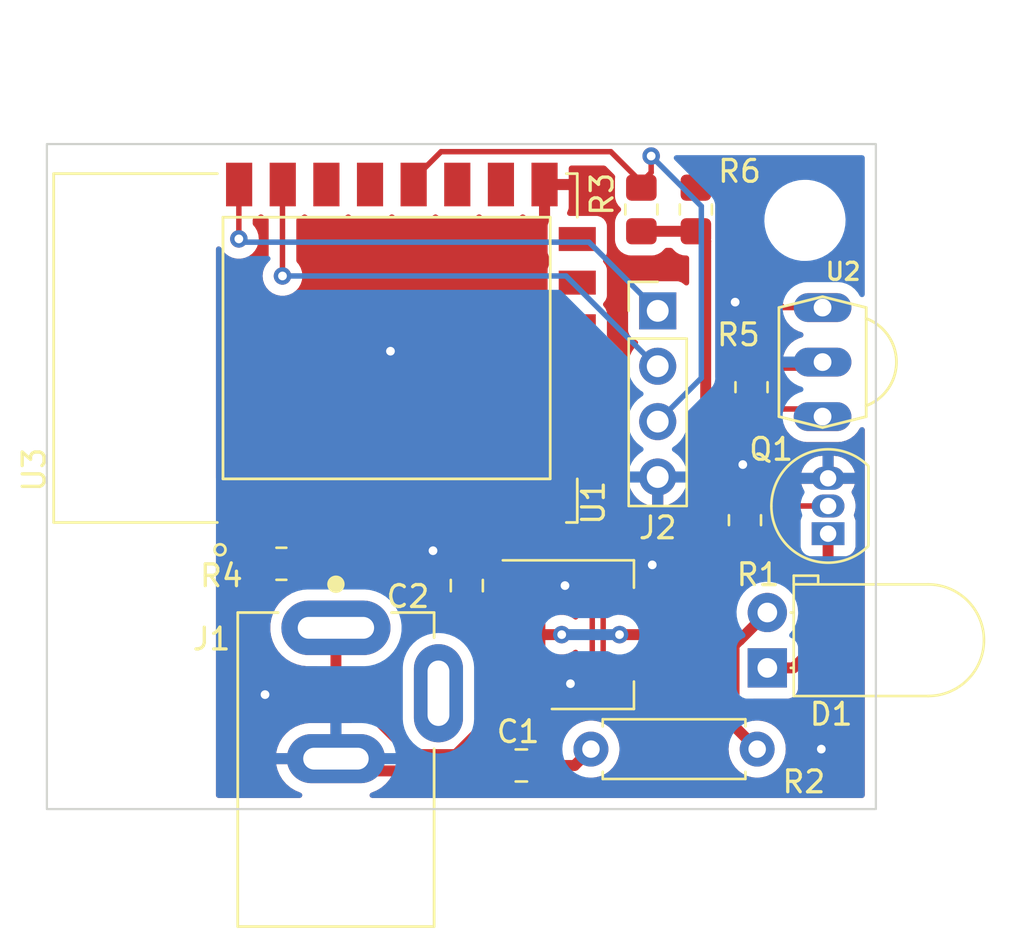
<source format=kicad_pcb>
(kicad_pcb (version 20211014) (generator pcbnew)
  (layers (0 "F.Cu" signal) (31 "B.Cu" signal) (34 "B.Paste" user) (35 "F.Paste" user) (36 "B.SilkS" user "B.Silkscreen") (37 "F.SilkS" user "F.Silkscreen") (38 "B.Mask" user) (39 "F.Mask" user) (44 "Edge.Cuts" user))
  (net 0 "")
  (net 1 "+5V")
  (net 2 "GND")
  (net 3 "+3.3V")
  (net 5 "Net-(D1-Pad1)")
  (net 6 "Net-(Q1-Pad2)")
  (net 7 "IRout")
  (net 8 "Net-(R4-Pad1)")
  (net 9 "IRin")
  (net 10 "Net-(R6-Pad1)")
  (net 22 "Net-(D1-Pad2)")
  (net 25 "TX")
  (net 26 "RX")
  (net 27 "GPIO0")
  (footprint "Resistor_THT:R_Axial_DIN0207_L6.3mm_D2.5mm_P7.62mm_Horizontal" (layer "F.Cu") (at 123.94 95.5)
    (fp_text reference "R2" (at 9.76 1.5) (layer "F.SilkS"))
    (fp_text value "82R")
    (fp_line (start 7.08 -1.37) (end 7.08 -1.04) (layer "F.SilkS") (width 0.12))
    (fp_line (start 0.54 1.04) (end 0.54 1.37) (layer "F.SilkS") (width 0.12))
    (fp_line (start 0.54 -1.37) (end 7.08 -1.37) (layer "F.SilkS") (width 0.12))
    (fp_line (start 0.54 1.37) (end 7.08 1.37) (layer "F.SilkS") (width 0.12))
    (fp_line (start 0.54 -1.04) (end 0.54 -1.37) (layer "F.SilkS") (width 0.12))
    (fp_line (start 7.08 1.37) (end 7.08 1.04) (layer "F.SilkS") (width 0.12))
    (pad "1" thru_hole circle (at 0 0) (size 1.6 1.6) (drill 0.8) (layers *.Cu *.Mask) (net 1 "+5V"))
    (pad "2" thru_hole oval (at 7.62 0) (size 1.6 1.6) (drill 0.8) (layers *.Cu *.Mask) (net 22 "Net-(D1-Pad2)"))
  )
  (footprint "MountingHole:MountingHole_2.7mm" (layer "F.Cu") (at 133.75 71.25)
    (fp_text reference "H2" hide)
    (fp_text value "MountingHole")
    (pad "" np_thru_hole circle (at 0 0) (size 2.7 2.7) (drill 2.7) (layers *.Cu *.Mask))
  )
  (footprint "Resistor_SMD:R_0805_2012Metric_Pad1.20x1.40mm_HandSolder" (layer "F.Cu") (at 126.25 70.75 -90)
    (fp_text reference "R3" (at -0.7 1.8 90) (layer "F.SilkS"))
    (fp_text value "10K")
    (fp_line (start -0.227064 -0.735) (end 0.227064 -0.735) (layer "F.SilkS") (width 0.12))
    (fp_line (start -0.227064 0.735) (end 0.227064 0.735) (layer "F.SilkS") (width 0.12))
    (pad "1" smd roundrect (at -1 0 270) (size 1.2 1.4) (layers "F.Cu" "F.Paste" "F.Mask") (roundrect_rratio 0.208333) (net 27 "GPIO0"))
    (pad "2" smd roundrect (at 1 0 270) (size 1.2 1.4) (layers "F.Cu" "F.Paste" "F.Mask") (roundrect_rratio 0.208333) (net 3 "+3.3V"))
  )
  (footprint "Resistor_SMD:R_0805_2012Metric_Pad1.20x1.40mm_HandSolder" (layer "F.Cu") (at 131.3 78.9 -90)
    (fp_text reference "R5" (at -2.4 0.6 180) (layer "F.SilkS"))
    (fp_text value "100K")
    (fp_line (start -0.227064 0.735) (end 0.227064 0.735) (layer "F.SilkS") (width 0.12))
    (fp_line (start -0.227064 -0.735) (end 0.227064 -0.735) (layer "F.SilkS") (width 0.12))
    (pad "1" smd roundrect (at -1 0 270) (size 1.2 1.4) (layers "F.Cu" "F.Paste" "F.Mask") (roundrect_rratio 0.208333) (net 2 "GND"))
    (pad "2" smd roundrect (at 1 0 270) (size 1.2 1.4) (layers "F.Cu" "F.Paste" "F.Mask") (roundrect_rratio 0.208333) (net 9 "IRin"))
  )
  (footprint "Resistor_SMD:R_0805_2012Metric_Pad1.20x1.40mm_HandSolder" (layer "F.Cu") (at 131 85 90)
    (fp_text reference "R1" (at -2.5 0.6 180) (layer "F.SilkS"))
    (fp_text value "1K2")
    (fp_line (start -0.227064 -0.735) (end 0.227064 -0.735) (layer "F.SilkS") (width 0.12))
    (fp_line (start -0.227064 0.735) (end 0.227064 0.735) (layer "F.SilkS") (width 0.12))
    (pad "1" smd roundrect (at -1 0 90) (size 1.2 1.4) (layers "F.Cu" "F.Paste" "F.Mask") (roundrect_rratio 0.208333) (net 7 "IRout"))
    (pad "2" smd roundrect (at 1 0 90) (size 1.2 1.4) (layers "F.Cu" "F.Paste" "F.Mask") (roundrect_rratio 0.208333) (net 6 "Net-(Q1-Pad2)"))
  )
  (footprint "Resistor_SMD:R_0805_2012Metric_Pad1.20x1.40mm_HandSolder" (layer "F.Cu") (at 109.75 87)
    (fp_text reference "R4" (at -2.75 0.55) (layer "F.SilkS"))
    (fp_text value "10K")
    (fp_line (start -0.227064 -0.735) (end 0.227064 -0.735) (layer "F.SilkS") (width 0.12))
    (fp_line (start -0.227064 0.735) (end 0.227064 0.735) (layer "F.SilkS") (width 0.12))
    (pad "1" smd roundrect (at -1 0) (size 1.2 1.4) (layers "F.Cu" "F.Paste" "F.Mask") (roundrect_rratio 0.208333) (net 8 "Net-(R4-Pad1)"))
    (pad "2" smd roundrect (at 1 0) (size 1.2 1.4) (layers "F.Cu" "F.Paste" "F.Mask") (roundrect_rratio 0.208333) (net 3 "+3.3V"))
  )
  (footprint "Capacitor_SMD:C_0805_2012Metric_Pad1.18x1.45mm_HandSolder" (layer "F.Cu") (at 118.25 88 90)
    (fp_text reference "C2" (at -0.5 -2.7 180) (layer "F.SilkS"))
    (fp_text value "4,7uF")
    (fp_line (start -0.261252 -0.735) (end 0.261252 -0.735) (layer "F.SilkS") (width 0.12))
    (fp_line (start -0.261252 0.735) (end 0.261252 0.735) (layer "F.SilkS") (width 0.12))
    (pad "1" smd roundrect (at -1.0375 0 90) (size 1.175 1.45) (layers "F.Cu" "F.Paste" "F.Mask") (roundrect_rratio 0.212766) (net 3 "+3.3V"))
    (pad "2" smd roundrect (at 1.0375 0 90) (size 1.175 1.45) (layers "F.Cu" "F.Paste" "F.Mask") (roundrect_rratio 0.212766) (net 2 "GND"))
  )
  (footprint "footprints:CUI_PJ-002B" (layer "F.Cu") (at 112.25 89.9375 -90)
    (fp_text reference "J1" (at 0.5125 5.7) (layer "F.SilkS") (effects (font (size 1.000622 1.000622))))
    (fp_text value "PJ-002B")
    (fp_line (start 5.55 -4.5) (end 13.7 -4.5) (layer "F.SilkS") (width 0.127))
    (fp_line (start -0.7 -4.5) (end 0.45 -4.5) (layer "F.SilkS") (width 0.127))
    (fp_line (start 13.7 4.5) (end -0.7 4.5) (layer "F.SilkS") (width 0.127))
    (fp_line (start 13.7 -4.5) (end 13.7 4.5) (layer "F.SilkS") (width 0.127))
    (fp_line (start -0.7 -2.55) (end -0.7 -4.5) (layer "F.SilkS") (width 0.127))
    (fp_line (start -0.7 4.5) (end -0.7 2.65) (layer "F.SilkS") (width 0.127))
    (fp_circle (center -2 0) (end -1.8 0) (layer "F.SilkS") (width 0.4) (fill none))
    (pad "1" thru_hole oval locked (at 0 0 270) (size 2.5 5) (drill oval 1 3.5) (layers *.Cu *.Mask) (net 1 "+5V"))
    (pad "2" thru_hole oval locked (at 6 0 270) (size 2.25 4.5) (drill oval 1 3) (layers *.Cu *.Mask) (net 2 "GND"))
    (pad "3" thru_hole oval locked (at 3 -4.7 270) (size 4.5 2.25) (drill oval 3 1) (layers *.Cu *.Mask))
  )
  (footprint "footprints:XCVR_ESP8266-12E_ESP-12E" (layer "F.Cu") (at 114.8125 77.10575 90)
    (fp_text reference "U3" (at -5.57929 -16.39759 90) (layer "F.SilkS") (effects (font (size 1.000772 1.000772))))
    (fp_text value "ESP8266-12E/ESP-12E")
    (fp_line (start 6 7.26) (end -6 7.26) (layer "F.SilkS") (width 0.127))
    (fp_line (start -8 -15.5) (end 8 -15.5) (layer "F.SilkS") (width 0.127))
    (fp_line (start -8 -8) (end -8 -15.5) (layer "F.SilkS") (width 0.127))
    (fp_line (start 8 8) (end 8 8.5) (layer "F.SilkS") (width 0.127))
    (fp_line (start -6 7.26) (end -6 -7.74) (layer "F.SilkS") (width 0.127))
    (fp_line (start -6 -7.74) (end 6 -7.74) (layer "F.SilkS") (width 0.127))
    (fp_line (start 6 -7.74) (end 6 7.26) (layer "F.SilkS") (width 0.127))
    (fp_line (start -8 8) (end -8 8.5) (layer "F.SilkS") (width 0.127))
    (fp_line (start -8 8.5) (end -6 8.5) (layer "F.SilkS") (width 0.127))
    (fp_line (start 8 8.5) (end 6 8.5) (layer "F.SilkS") (width 0.127))
    (fp_line (start 8 -15.5) (end 8 -8) (layer "F.SilkS") (width 0.127))
    (fp_circle (center -9.25 -7.875) (end -9 -7.875) (layer "F.SilkS") (width 0.127) (fill none))
    (pad "1" smd rect locked (at -7.5 -7 90) (size 2 1.2) (layers "F.Cu" "F.Paste" "F.Mask") (net 8 "Net-(R4-Pad1)"))
    (pad "2" smd rect locked (at -7.5 -5 90) (size 2 1.2) (layers "F.Cu" "F.Paste" "F.Mask"))
    (pad "3" smd rect locked (at -7.5 -3 90) (size 2 1.2) (layers "F.Cu" "F.Paste" "F.Mask") (net 3 "+3.3V"))
    (pad "4" smd rect locked (at -7.5 -1 90) (size 2 1.2) (layers "F.Cu" "F.Paste" "F.Mask"))
    (pad "5" smd rect locked (at -7.5 1 90) (size 2 1.2) (layers "F.Cu" "F.Paste" "F.Mask"))
    (pad "6" smd rect locked (at -7.5 3 90) (size 2 1.2) (layers "F.Cu" "F.Paste" "F.Mask"))
    (pad "7" smd rect locked (at -7.5 5 90) (size 2 1.2) (layers "F.Cu" "F.Paste" "F.Mask") (net 7 "IRout"))
    (pad "8" smd rect locked (at -7.5 7 90) (size 2 1.2) (layers "F.Cu" "F.Paste" "F.Mask") (net 3 "+3.3V"))
    (pad "9" smd rect locked (at -5 8.5 90) (size 1.1 1.7) (layers "F.Cu" "F.Paste" "F.Mask"))
    (pad "10" smd rect locked (at -3 8.5 90) (size 1.1 1.7) (layers "F.Cu" "F.Paste" "F.Mask"))
    (pad "11" smd rect locked (at -1 8.5 90) (size 1.1 1.7) (layers "F.Cu" "F.Paste" "F.Mask"))
    (pad "12" smd rect locked (at 1 8.5 90) (size 1.1 1.7) (layers "F.Cu" "F.Paste" "F.Mask") (net 9 "IRin"))
    (pad "13" smd rect locked (at 3 8.5 90) (size 1.1 1.7) (layers "F.Cu" "F.Paste" "F.Mask"))
    (pad "14" smd rect locked (at 5 8.5 90) (size 1.1 1.7) (layers "F.Cu" "F.Paste" "F.Mask"))
    (pad "15" smd rect locked (at 7.5 7 90) (size 2 1.2) (layers "F.Cu" "F.Paste" "F.Mask") (net 2 "GND"))
    (pad "16" smd rect locked (at 7.5 5 90) (size 2 1.2) (layers "F.Cu" "F.Paste" "F.Mask"))
    (pad "17" smd rect locked (at 7.5 3 90) (size 2 1.2) (layers "F.Cu" "F.Paste" "F.Mask"))
    (pad "18" smd rect locked (at 7.5 1 90) (size 2 1.2) (layers "F.Cu" "F.Paste" "F.Mask") (net 27 "GPIO0"))
    (pad "19" smd rect locked (at 7.5 -1 90) (size 2 1.2) (layers "F.Cu" "F.Paste" "F.Mask"))
    (pad "20" smd rect locked (at 7.5 -3 90) (size 2 1.2) (layers "F.Cu" "F.Paste" "F.Mask"))
    (pad "21" smd rect locked (at 7.5 -5 90) (size 2 1.2) (layers "F.Cu" "F.Paste" "F.Mask") (net 26 "RX"))
    (pad "22" smd rect locked (at 7.5 -7 90) (size 2 1.2) (layers "F.Cu" "F.Paste" "F.Mask") (net 25 "TX"))
    (zone (net 0) (net_name "") (layer "F.Cu") (connect_pads (clearance 0)) (min_thickness 0.01)
      (keepout (tracks not_allowed) (vias not_allowed) (pads not_allowed) (copperpour not_allowed) (footprints allowed))
      (fill (thermal_gap 0.508) (thermal_bridge_width 0.508))
      (polygon (pts (xy 99.3125 85.11476) (xy 99.3125 69.10575) (xy 106.30292 69.10575) (xy 106.30292 85.11476)))
    )
    (zone (net 0) (net_name "") (layer "B.Cu") (connect_pads (clearance 0)) (min_thickness 0.01)
      (keepout (tracks not_allowed) (vias not_allowed) (pads not_allowed) (copperpour not_allowed) (footprints allowed))
      (fill (thermal_gap 0.508) (thermal_bridge_width 0.508))
      (polygon (pts (xy 99.3125 85.11476) (xy 99.3125 69.10575) (xy 106.30292 69.10575) (xy 106.30292 85.11476)))
    )
  )
  (footprint "LED_THT:LED_D5.0mm_Horizontal_O1.27mm_Z3.0mm" (layer "F.Cu") (at 132.025 91.775 90)
    (fp_text reference "D1" (at -2.125 2.925 180) (layer "F.SilkS"))
    (fp_text value "LED IR")
    (fp_line (start 0 1.08) (end 0 1.08) (layer "F.SilkS") (width 0.12))
    (fp_line (start 2.54 1.21) (end 2.54 1.08) (layer "F.SilkS") (width 0.12))
    (fp_line (start 2.54 1.08) (end 2.54 1.08) (layer "F.SilkS") (width 0.12))
    (fp_line (start 0 1.21) (end 0 1.08) (layer "F.SilkS") (width 0.12))
    (fp_line (start 3.83 2.33) (end 3.83 1.21) (layer "F.SilkS") (width 0.12))
    (fp_line (start 0 1.08) (end 0 1.21) (layer "F.SilkS") (width 0.12))
    (fp_line (start -1.29 1.21) (end -1.29 7.37) (layer "F.SilkS") (width 0.12))
    (fp_line (start 2.54 1.08) (end 2.54 1.21) (layer "F.SilkS") (width 0.12))
    (fp_line (start 4.23 2.33) (end 3.83 2.33) (layer "F.SilkS") (width 0.12))
    (fp_line (start -1.29 1.21) (end 3.83 1.21) (layer "F.SilkS") (width 0.12))
    (fp_line (start 2.54 1.21) (end 2.54 1.21) (layer "F.SilkS") (width 0.12))
    (fp_line (start 3.83 1.21) (end 3.83 7.37) (layer "F.SilkS") (width 0.12))
    (fp_line (start 4.23 1.21) (end 4.23 2.33) (layer "F.SilkS") (width 0.12))
    (fp_line (start 0 1.21) (end 0 1.21) (layer "F.SilkS") (width 0.12))
    (fp_line (start 3.83 1.21) (end 4.23 1.21) (layer "F.SilkS") (width 0.12))
    (fp_arc (start 3.83 7.37) (mid 1.27 9.93) (end -1.29 7.37) (layer "F.SilkS") (width 0.12))
    (pad "1" thru_hole rect (at 0 0 90) (size 1.8 1.8) (drill 0.9) (layers *.Cu *.Mask) (net 5 "Net-(D1-Pad1)"))
    (pad "2" thru_hole circle (at 2.54 0 90) (size 1.8 1.8) (drill 0.9) (layers *.Cu *.Mask) (net 22 "Net-(D1-Pad2)"))
  )
  (footprint "Package_TO_SOT_SMD:SOT-223-3_TabPin2" (layer "F.Cu") (at 124 90.25)
    (fp_text reference "U1" (at 0.05 -6.05 90) (layer "F.SilkS"))
    (fp_text value "AP1117-33")
    (fp_line (start 1.91 3.41) (end 1.91 2.15) (layer "F.SilkS") (width 0.12))
    (fp_line (start 1.91 -3.41) (end 1.91 -2.15) (layer "F.SilkS") (width 0.12))
    (fp_line (start -1.85 3.41) (end 1.91 3.41) (layer "F.SilkS") (width 0.12))
    (fp_line (start -4.1 -3.41) (end 1.91 -3.41) (layer "F.SilkS") (width 0.12))
    (pad "1" smd rect (at -3.15 -2.3) (size 2 1.5) (layers "F.Cu" "F.Paste" "F.Mask") (net 2 "GND"))
    (pad "2" smd rect (at -3.15 0) (size 2 1.5) (layers "F.Cu" "F.Paste" "F.Mask") (net 3 "+3.3V"))
    (pad "2" smd rect (at 3.15 0) (size 2 3.8) (layers "F.Cu" "F.Paste" "F.Mask") (net 3 "+3.3V"))
    (pad "3" smd rect (at -3.15 2.3) (size 2 1.5) (layers "F.Cu" "F.Paste" "F.Mask") (net 1 "+5V"))
  )
  (footprint "Resistor_SMD:R_0805_2012Metric_Pad1.20x1.40mm_HandSolder" (layer "F.Cu") (at 128.75 70.75 -90)
    (fp_text reference "R6" (at -1.75 -2 180) (layer "F.SilkS"))
    (fp_text value "100R")
    (fp_line (start -0.227064 0.735) (end 0.227064 0.735) (layer "F.SilkS") (width 0.12))
    (fp_line (start -0.227064 -0.735) (end 0.227064 -0.735) (layer "F.SilkS") (width 0.12))
    (pad "1" smd roundrect (at -1 0 270) (size 1.2 1.4) (layers "F.Cu" "F.Paste" "F.Mask") (roundrect_rratio 0.208333) (net 10 "Net-(R6-Pad1)"))
    (pad "2" smd roundrect (at 1 0 270) (size 1.2 1.4) (layers "F.Cu" "F.Paste" "F.Mask") (roundrect_rratio 0.208333) (net 3 "+3.3V"))
  )
  (footprint "Capacitor_SMD:C_0805_2012Metric_Pad1.18x1.45mm_HandSolder" (layer "F.Cu") (at 120.75 96.25 180)
    (fp_text reference "C1" (at 0.15 1.55) (layer "F.SilkS"))
    (fp_text value "4,7uF")
    (fp_line (start -0.261252 -0.735) (end 0.261252 -0.735) (layer "F.SilkS") (width 0.12))
    (fp_line (start -0.261252 0.735) (end 0.261252 0.735) (layer "F.SilkS") (width 0.12))
    (pad "1" smd roundrect (at -1.0375 0 180) (size 1.175 1.45) (layers "F.Cu" "F.Paste" "F.Mask") (roundrect_rratio 0.212766) (net 1 "+5V"))
    (pad "2" smd roundrect (at 1.0375 0 180) (size 1.175 1.45) (layers "F.Cu" "F.Paste" "F.Mask") (roundrect_rratio 0.212766) (net 2 "GND"))
  )
  (footprint "Connector_PinHeader_2.54mm:PinHeader_1x04_P2.54mm_Vertical" (layer "F.Cu") (at 127 75.4)
    (fp_text reference "J2" (at 0 9.95) (layer "F.SilkS"))
    (fp_text value "Conn_01x04_Female")
    (fp_line (start -1.33 1.27) (end 1.33 1.27) (layer "F.SilkS") (width 0.12))
    (fp_line (start -1.33 -1.33) (end 0 -1.33) (layer "F.SilkS") (width 0.12))
    (fp_line (start -1.33 8.95) (end 1.33 8.95) (layer "F.SilkS") (width 0.12))
    (fp_line (start -1.33 1.27) (end -1.33 8.95) (layer "F.SilkS") (width 0.12))
    (fp_line (start -1.33 0) (end -1.33 -1.33) (layer "F.SilkS") (width 0.12))
    (fp_line (start 1.33 1.27) (end 1.33 8.95) (layer "F.SilkS") (width 0.12))
    (pad "1" thru_hole rect (at 0 0) (size 1.7 1.7) (drill 1) (layers *.Cu *.Mask) (net 25 "TX"))
    (pad "2" thru_hole oval (at 0 2.54) (size 1.7 1.7) (drill 1) (layers *.Cu *.Mask) (net 26 "RX"))
    (pad "3" thru_hole oval (at 0 5.08) (size 1.7 1.7) (drill 1) (layers *.Cu *.Mask) (net 27 "GPIO0"))
    (pad "4" thru_hole oval (at 0 7.62) (size 1.7 1.7) (drill 1) (layers *.Cu *.Mask) (net 2 "GND"))
  )
  (footprint "MountingHole:MountingHole_2.7mm" (layer "F.Cu") (at 102 95.25)
    (fp_text reference "H1" hide)
    (fp_text value "MountingHole")
    (pad "" np_thru_hole circle (at 0 0) (size 2.7 2.7) (drill 2.7) (layers *.Cu *.Mask))
  )
  (footprint "Package_TO_SOT_THT:TO-92_Inline" (layer "F.Cu") (at 134.81 85.62 90)
    (fp_text reference "Q1" (at 3.87 -2.61 180) (layer "F.SilkS"))
    (fp_text value "BC548")
    (fp_line (start -0.53 1.85) (end 3.07 1.85) (layer "F.SilkS") (width 0.12))
    (fp_arc (start -0.568478 1.838478) (mid -1.132087 -0.994977) (end 1.27 -2.6) (layer "F.SilkS") (width 0.12))
    (fp_arc (start 1.27 -2.6) (mid 3.672087 -0.994977) (end 3.108478 1.838478) (layer "F.SilkS") (width 0.12))
    (pad "1" thru_hole rect (at 0 0 90) (size 1.05 1.5) (drill 0.75) (layers *.Cu *.Mask) (net 5 "Net-(D1-Pad1)"))
    (pad "2" thru_hole oval (at 1.27 0 90) (size 1.05 1.5) (drill 0.75) (layers *.Cu *.Mask) (net 6 "Net-(Q1-Pad2)"))
    (pad "3" thru_hole oval (at 2.54 0 90) (size 1.05 1.5) (drill 0.75) (layers *.Cu *.Mask) (net 2 "GND"))
  )
  (footprint "footprints:TSOP18XX" (layer "F.Cu") (at 134.530399 77.7488 90)
    (fp_text reference "U2" (at 4.1488 0.969601 180) (layer "F.SilkS") (effects (font (size 0.787402 0.787402))))
    (fp_text value "TSOP1838")
    (fp_line (start 2.9988 0.0266) (end 2.4988 2.0266) (layer "F.SilkS") (width 0.127))
    (fp_line (start -3.0012 0.0266) (end -2.5012 -1.9734) (layer "F.SilkS") (width 0.127))
    (fp_line (start -2.0012 2.0266) (end -2.5012 2.0266) (layer "F.SilkS") (width 0.127))
    (fp_line (start 1.9988 2.0266) (end -2.0012 2.0266) (layer "F.SilkS") (width 0.127))
    (fp_line (start 2.4988 2.0266) (end 1.9988 2.0266) (layer "F.SilkS") (width 0.127))
    (fp_line (start -2.5012 -1.9734) (end 2.4988 -1.9734) (layer "F.SilkS") (width 0.127))
    (fp_line (start 2.4988 -1.9734) (end 2.9988 0.0266) (layer "F.SilkS") (width 0.127))
    (fp_line (start -2.5012 2.0266) (end -3.0012 0.0266) (layer "F.SilkS") (width 0.127))
    (fp_arc (start 1.9988 2.0266) (mid -0.0012 3.412602) (end -2.0012 2.0266) (layer "F.SilkS") (width 0.127))
    (pad "GND" thru_hole oval locked (at -0.0012 0.0266 90) (size 1.3208 2.6416) (drill 0.8128) (layers *.Cu *.Mask) (net 2 "GND"))
    (pad "OUT" thru_hole oval locked (at -2.5012 0.0266 90) (size 1.3208 2.6416) (drill 0.8128) (layers *.Cu *.Mask) (net 9 "IRin"))
    (pad "VCC" thru_hole oval locked (at 2.4988 0.0266 90) (size 1.3208 2.6416) (drill 0.8128) (layers *.Cu *.Mask) (net 10 "Net-(R6-Pad1)"))
  )
  (gr_rect (start 99 67.75) (end 137 98.25) (layer "Edge.Cuts") (width 0.1) (fill none))
  (segment (start 117.75 95.75) (end 115.75 95.75) (width 0.5) (layer "F.Cu") (net 1))
  (segment (start 121.7875 96.25) (end 123.19 96.25) (width 0.5) (layer "F.Cu") (net 1))
  (segment (start 115.75 95.75) (end 112.25 92.25) (width 0.5) (layer "F.Cu") (net 1))
  (segment (start 120.85 92.55) (end 120.85 92.65) (width 0.5) (layer "F.Cu") (net 1))
  (segment (start 112.25 92.25) (end 112.25 89.9375) (width 0.5) (layer "F.Cu") (net 1))
  (segment (start 121.7875 93.4875) (end 120.85 92.55) (width 0.5) (layer "F.Cu") (net 1))
  (segment (start 121.7875 96.25) (end 121.7875 93.4875) (width 0.5) (layer "F.Cu") (net 1))
  (segment (start 120.85 92.65) (end 117.75 95.75) (width 0.5) (layer "F.Cu") (net 1))
  (segment (start 123.19 96.25) (end 123.94 95.5) (width 0.5) (layer "F.Cu") (net 1))
  (segment (start 134.406999 77.9) (end 134.556999 77.75) (width 0.5) (layer "F.Cu") (net 2))
  (segment (start 119.4625 96.5) (end 119.7125 96.25) (width 0.5) (layer "F.Cu") (net 2))
  (segment (start 131.3 77.9) (end 134.406999 77.9) (width 0.5) (layer "F.Cu") (net 2))
  (segment (start 113.1875 95.9375) (end 113.75 96.5) (width 0.5) (layer "F.Cu") (net 2))
  (segment (start 118.25 86.9625) (end 119.8625 86.9625) (width 0.5) (layer "F.Cu") (net 2))
  (segment (start 112.25 95.9375) (end 113.1875 95.9375) (width 0.5) (layer "F.Cu") (net 2))
  (segment (start 119.8625 86.9625) (end 120.85 87.95) (width 0.5) (layer "F.Cu") (net 2))
  (segment (start 113.75 96.5) (end 119.4625 96.5) (width 0.5) (layer "F.Cu") (net 2))
  (via (at 130.9 82.45) (size 0.8) (drill 0.4) (layers "F.Cu" "B.Cu") (net 2))
  (via (at 126.75 87.05) (size 0.8) (drill 0.4) (layers "F.Cu" "B.Cu") (net 2))
  (via (at 116.7 86.4) (size 0.8) (drill 0.4) (layers "F.Cu" "B.Cu") (net 2))
  (via (at 109 93) (size 0.8) (drill 0.4) (layers "F.Cu" "B.Cu") (net 2))
  (via (at 130.55 75) (size 0.8) (drill 0.4) (layers "F.Cu" "B.Cu") (net 2))
  (via (at 123 92.5) (size 0.8) (drill 0.4) (layers "F.Cu" "B.Cu") (net 2))
  (via (at 134.5 95.5) (size 0.8) (drill 0.4) (layers "F.Cu" "B.Cu") (net 2))
  (via (at 114.75 77.25) (size 0.8) (drill 0.4) (layers "F.Cu" "B.Cu") (net 2))
  (via (at 122.75 88) (size 0.8) (drill 0.4) (layers "F.Cu" "B.Cu") (net 2))
  (segment (start 127.15 90.25) (end 127.15 88.600432) (width 0.5) (layer "F.Cu") (net 3))
  (segment (start 115.75 87) (end 110.75 87) (width 0.5) (layer "F.Cu") (net 3))
  (segment (start 118.25 89.0375) (end 119.4625 90.25) (width 0.5) (layer "F.Cu") (net 3))
  (segment (start 113 82.75) (end 111.8125 83.9375) (width 0.5) (layer "F.Cu") (net 3))
  (segment (start 120.85 90.25) (end 122.6 90.25) (width 0.5) (layer "F.Cu") (net 3))
  (segment (start 121.8125 84.20575) (end 120.35675 82.75) (width 0.5) (layer "F.Cu") (net 3))
  (segment (start 111.8125 83.9375) (end 111.8125 84.60575) (width 0.5) (layer "F.Cu") (net 3))
  (segment (start 120.35675 82.75) (end 113 82.75) (width 0.5) (layer "F.Cu") (net 3))
  (segment (start 127.15 90.25) (end 125.25 90.25) (width 0.5) (layer "F.Cu") (net 3))
  (segment (start 129.2 72.2) (end 128.75 71.75) (width 0.5) (layer "F.Cu") (net 3))
  (segment (start 128.75 71.75) (end 126.25 71.75) (width 0.5) (layer "F.Cu") (net 3))
  (segment (start 127.15 88.600432) (end 129.2 86.550432) (width 0.5) (layer "F.Cu") (net 3))
  (segment (start 110.75 87) (end 111.8125 85.9375) (width 0.5) (layer "F.Cu") (net 3))
  (segment (start 119.4625 90.25) (end 120.85 90.25) (width 0.5) (layer "F.Cu") (net 3))
  (segment (start 111.8125 85.9375) (end 111.8125 84.60575) (width 0.5) (layer "F.Cu") (net 3))
  (segment (start 118.25 89.0375) (end 117.7875 89.0375) (width 0.5) (layer "F.Cu") (net 3))
  (segment (start 117.7875 89.0375) (end 115.75 87) (width 0.5) (layer "F.Cu") (net 3))
  (segment (start 121.8125 84.60575) (end 121.8125 84.20575) (width 0.5) (layer "F.Cu") (net 3))
  (segment (start 129.2 86.550432) (end 129.2 72.2) (width 0.5) (layer "F.Cu") (net 3))
  (via (at 125.25 90.25) (size 0.8) (drill 0.4) (layers "F.Cu" "B.Cu") (net 3))
  (via (at 122.6 90.25) (size 0.8) (drill 0.4) (layers "F.Cu" "B.Cu") (net 3))
  (segment (start 122.6 90.25) (end 125.25 90.25) (width 0.5) (layer "B.Cu") (net 3))
  (segment (start 134.81 90.19) (end 134.81 85.55) (width 0.5) (layer "F.Cu") (net 5))
  (segment (start 132.025 91.775) (end 133.225 91.775) (width 0.5) (layer "F.Cu") (net 5))
  (segment (start 134.81 85.55) (end 134.86 85.5) (width 0.5) (layer "F.Cu") (net 5))
  (segment (start 133.225 91.775) (end 134.81 90.19) (width 0.5) (layer "F.Cu") (net 5))
  (segment (start 131.35 84.35) (end 131 84) (width 0.25) (layer "F.Cu") (net 6))
  (segment (start 134.74 84.35) (end 131.35 84.35) (width 0.25) (layer "F.Cu") (net 6))
  (segment (start 131 84) (end 131.2 84) (width 0.25) (layer "F.Cu") (net 6))
  (segment (start 134.86 84.23) (end 134.74 84.35) (width 0.25) (layer "F.Cu") (net 6))
  (segment (start 131 86) (end 131 86.2) (width 0.25) (layer "F.Cu") (net 7))
  (segment (start 124 87.25) (end 122.75 86) (width 0.25) (layer "F.Cu") (net 7))
  (segment (start 129.9 87.3) (end 129.9 91.986396) (width 0.25) (layer "F.Cu") (net 7))
  (segment (start 128.686396 93.2) (end 125.45 93.2) (width 0.25) (layer "F.Cu") (net 7))
  (segment (start 124 91.75) (end 124 87.25) (width 0.25) (layer "F.Cu") (net 7))
  (segment (start 119.8125 85.1125) (end 119.8125 84.60575) (width 0.25) (layer "F.Cu") (net 7))
  (segment (start 129.9 91.986396) (end 128.686396 93.2) (width 0.25) (layer "F.Cu") (net 7))
  (segment (start 125.45 93.2) (end 124 91.75) (width 0.25) (layer "F.Cu") (net 7))
  (segment (start 120.7 86) (end 119.8125 85.1125) (width 0.25) (layer "F.Cu") (net 7))
  (segment (start 122.75 86) (end 120.7 86) (width 0.25) (layer "F.Cu") (net 7))
  (segment (start 131 86.2) (end 129.9 87.3) (width 0.25) (layer "F.Cu") (net 7))
  (segment (start 107.8125 84.60575) (end 107.8125 86.0625) (width 0.5) (layer "F.Cu") (net 8))
  (segment (start 107.8125 86.0625) (end 108.75 87) (width 0.5) (layer "F.Cu") (net 8))
  (segment (start 129.1 92.15) (end 128.5 92.75) (width 0.25) (layer "F.Cu") (net 9))
  (segment (start 124.9 86.963604) (end 124.9 77.69325) (width 0.25) (layer "F.Cu") (net 9))
  (segment (start 131.3 79.9) (end 134.206999 79.9) (width 0.25) (layer "F.Cu") (net 9))
  (segment (start 124.5 91.5) (end 124.5 87.363604) (width 0.25) (layer "F.Cu") (net 9))
  (segment (start 125.75 92.75) (end 124.5 91.5) (width 0.25) (layer "F.Cu") (net 9))
  (segment (start 124.9 77.69325) (end 123.3125 76.10575) (width 0.25) (layer "F.Cu") (net 9))
  (segment (start 129.8 86.763604) (end 129.1 87.463604) (width 0.25) (layer "F.Cu") (net 9))
  (segment (start 128.5 92.75) (end 125.75 92.75) (width 0.25) (layer "F.Cu") (net 9))
  (segment (start 134.206999 79.9) (end 134.556999 80.25) (width 0.25) (layer "F.Cu") (net 9))
  (segment (start 124.5 87.363604) (end 124.9 86.963604) (width 0.25) (layer "F.Cu") (net 9))
  (segment (start 129.1 87.463604) (end 129.1 92.15) (width 0.25) (layer "F.Cu") (net 9))
  (segment (start 129.8 81.4) (end 129.8 86.763604) (width 0.25) (layer "F.Cu") (net 9))
  (segment (start 131.3 79.9) (end 129.8 81.4) (width 0.25) (layer "F.Cu") (net 9))
  (segment (start 130.25 72.75) (end 130.25 70.75) (width 0.25) (layer "F.Cu") (net 10))
  (segment (start 134.556999 75.25) (end 132.75 75.25) (width 0.25) (layer "F.Cu") (net 10))
  (segment (start 129.25 69.75) (end 128.75 69.75) (width 0.25) (layer "F.Cu") (net 10))
  (segment (start 130.25 70.75) (end 129.25 69.75) (width 0.25) (layer "F.Cu") (net 10))
  (segment (start 132.75 75.25) (end 130.25 72.75) (width 0.25) (layer "F.Cu") (net 10))
  (segment (start 131.56 95.5) (end 130.5 94.44) (width 0.5) (layer "F.Cu") (net 22))
  (segment (start 130.75 90.5) (end 130.76 90.5) (width 0.5) (layer "F.Cu") (net 22))
  (segment (start 130.5 90.75) (end 130.75 90.5) (width 0.5) (layer "F.Cu") (net 22))
  (segment (start 130.76 90.5) (end 132.025 89.235) (width 0.5) (layer "F.Cu") (net 22))
  (segment (start 130.5 94.44) (end 130.5 90.75) (width 0.5) (layer "F.Cu") (net 22))
  (segment (start 107.8 69.61825) (end 107.8125 69.60575) (width 0.25) (layer "F.Cu") (net 25))
  (segment (start 107.8 72.1) (end 107.8 69.61825) (width 0.25) (layer "F.Cu") (net 25))
  (via (at 107.8 72.1) (size 0.8) (drill 0.4) (layers "F.Cu" "B.Cu") (net 25))
  (segment (start 127 75.4) (end 123.85 72.25) (width 0.25) (layer "B.Cu") (net 25))
  (segment (start 107.95 72.25) (end 107.8 72.1) (width 0.25) (layer "B.Cu") (net 25))
  (segment (start 123.85 72.25) (end 107.95 72.25) (width 0.25) (layer "B.Cu") (net 25))
  (segment (start 109.8 73.8) (end 109.8 69.61825) (width 0.25) (layer "F.Cu") (net 26))
  (segment (start 109.8 69.61825) (end 109.8125 69.60575) (width 0.25) (layer "F.Cu") (net 26))
  (via (at 109.8 73.8) (size 0.8) (drill 0.4) (layers "F.Cu" "B.Cu") (net 26))
  (segment (start 126.94 77.94) (end 127 77.94) (width 0.25) (layer "B.Cu") (net 26))
  (segment (start 122.8 73.8) (end 126.94 77.94) (width 0.25) (layer "B.Cu") (net 26))
  (segment (start 109.8 73.8) (end 122.8 73.8) (width 0.25) (layer "B.Cu") (net 26))
  (segment (start 115.8125 69.60575) (end 115.8125 69.35575) (width 0.25) (layer "F.Cu") (net 27))
  (segment (start 126.7 68.3) (end 126.7 69.05) (width 0.25) (layer "F.Cu") (net 27))
  (segment (start 115.8125 69.35575) (end 117.06825 68.1) (width 0.25) (layer "F.Cu") (net 27))
  (segment (start 126.7 69.05) (end 126.25 69.5) (width 0.25) (layer "F.Cu") (net 27))
  (segment (start 117.06825 68.1) (end 124.85 68.1) (width 0.25) (layer "F.Cu") (net 27))
  (segment (start 124.85 68.1) (end 126.25 69.5) (width 0.25) (layer "F.Cu") (net 27))
  (segment (start 126.25 69.5) (end 126.25 69.75) (width 0.25) (layer "F.Cu") (net 27))
  (via (at 126.7 68.3) (size 0.8) (drill 0.4) (layers "F.Cu" "B.Cu") (net 27))
  (segment (start 129 70.6) (end 129 78.48) (width 0.25) (layer "B.Cu") (net 27))
  (segment (start 126.7 68.3) (end 129 70.6) (width 0.25) (layer "B.Cu") (net 27))
  (segment (start 129 78.48) (end 127 80.48) (width 0.25) (layer "B.Cu") (net 27))
  (zone (net 2) (net_name "GND") (layers F&B.Cu) (connect_pads (clearance 0.508)) (min_thickness 0.254) (fill yes (thermal_gap 0.508) (thermal_bridge_width 0.508))
    (polygon (pts (xy 137 98.25) (xy 106.75 98.25) (xy 106.75 67.75) (xy 137 67.75)))
  )
)
</source>
